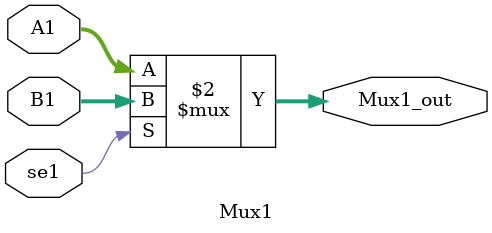
<source format=sv>
module Mux1( se1, A1, B1, Mux1_out);

input se1;
input [31:0] A1, B1;
output [31:0] Mux1_out;

assign Mux1_out = (se1 == 1'b0) ? A1: B1;

endmodule
</source>
